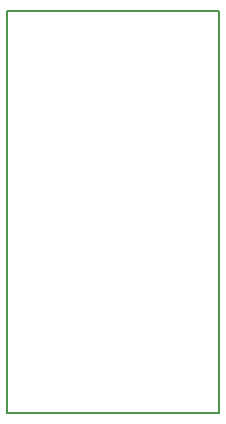
<source format=gbr>
%TF.GenerationSoftware,KiCad,Pcbnew,7.0.7*%
%TF.CreationDate,2024-03-31T00:03:08-06:00*%
%TF.ProjectId,timer,74696d65-722e-46b6-9963-61645f706362,rev?*%
%TF.SameCoordinates,Original*%
%TF.FileFunction,Profile,NP*%
%FSLAX46Y46*%
G04 Gerber Fmt 4.6, Leading zero omitted, Abs format (unit mm)*
G04 Created by KiCad (PCBNEW 7.0.7) date 2024-03-31 00:03:08*
%MOMM*%
%LPD*%
G01*
G04 APERTURE LIST*
%TA.AperFunction,Profile*%
%ADD10C,0.200000*%
%TD*%
G04 APERTURE END LIST*
D10*
X206000000Y-74750000D02*
X224000000Y-74750000D01*
X224000000Y-108750000D01*
X206000000Y-108750000D01*
X206000000Y-74750000D01*
M02*

</source>
